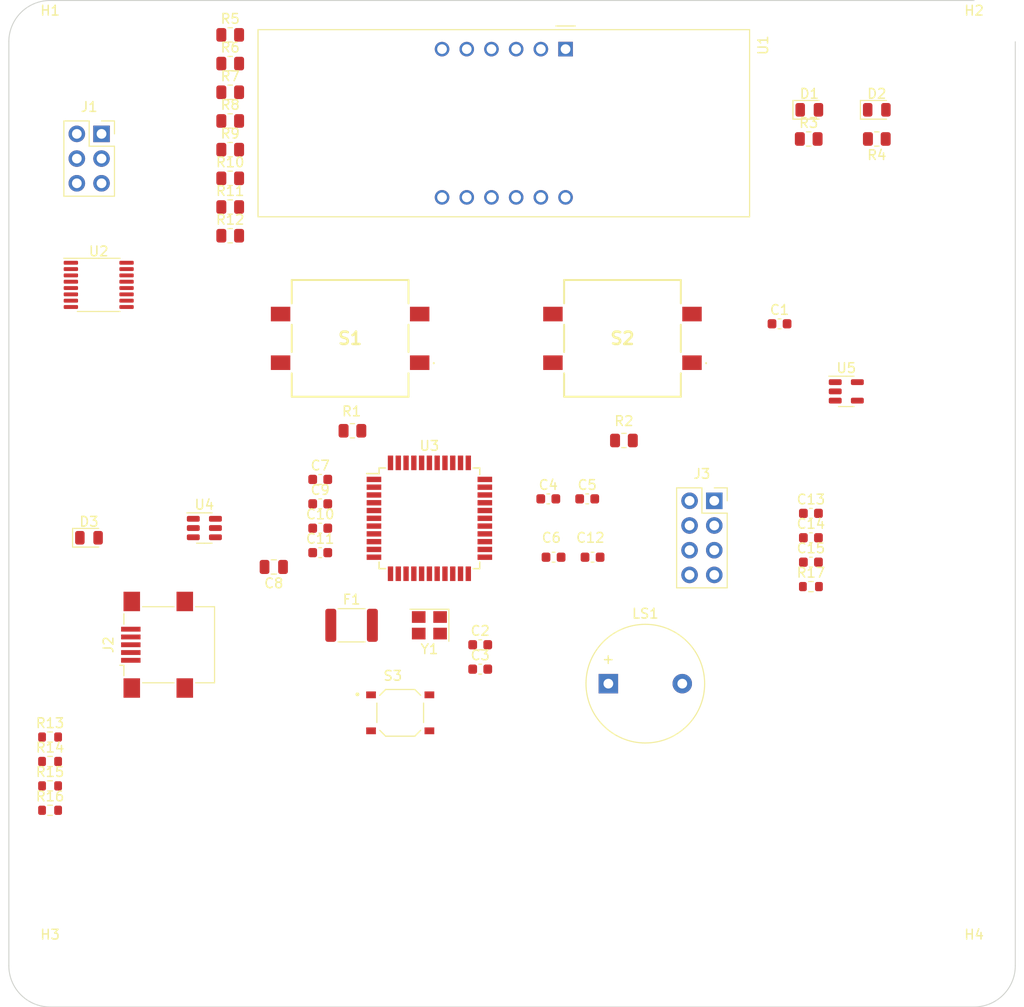
<source format=kicad_pcb>
(kicad_pcb (version 20221018) (generator pcbnew)
  (layers (0 "F.Cu" signal) (31 "B.Cu" power) (34 "B.Paste" user) (35 "F.Paste" user) (36 "B.SilkS" user "B.Silkscreen") (37 "F.SilkS" user "F.Silkscreen") (38 "B.Mask" user) (39 "F.Mask" user) (44 "Edge.Cuts" user))
  (net 0 "")
  (net 1 "+5V")
  (net 2 "GND")
  (net 3 "XTAL1")
  (net 4 "XTAL2")
  (net 5 "/UCAP")
  (net 6 "/AREF")
  (net 7 "+3.3V")
  (net 8 "Net-(U5-BP)")
  (net 9 "Net-(D1-A)")
  (net 10 "Net-(D2-A)")
  (net 11 "Net-(D3-A)")
  (net 12 "Net-(J2-VBUS)")
  (net 13 "MISO")
  (net 14 "SCK")
  (net 15 "MOSI")
  (net 16 "RST")
  (net 17 "Net-(J2-D-)")
  (net 18 "Net-(J2-D+)")
  (net 21 "TX")
  (net 23 "Net-(J3-Pin_5)")
  (net 24 "RX")
  (net 25 "Buzzer")
  (net 26 "Button_1")
  (net 27 "Button_2")
  (net 28 "RED_LED")
  (net 29 "GREEN_LED")
  (net 30 "a")
  (net 31 "Net-(U1-a)")
  (net 32 "b")
  (net 33 "Net-(U1-b)")
  (net 34 "c")
  (net 35 "Net-(U1-c)")
  (net 36 "d")
  (net 37 "Net-(U1-d)")
  (net 38 "e")
  (net 39 "Net-(U1-e)")
  (net 40 "f")
  (net 41 "Net-(U1-f)")
  (net 42 "g")
  (net 43 "Net-(U1-g)")
  (net 44 "dp")
  (net 45 "Net-(U1-DPX)")
  (net 46 "USB_CONN_D+")
  (net 47 "USB_CONN_D-")
  (net 52 "Dig4")
  (net 53 "Dig3")
  (net 54 "Dig2")
  (net 55 "Dig1")
  (net 57 "SH_CP")
  (net 58 "ST_CP")
  (net 59 "DS")
  (net 60 "USB_D-")
  (net 61 "USB_D+")
  (footprint "Buzzer_Beeper:Buzzer_12x9.5RM7.6" (layer "F.Cu") (at 117.4 146)
    (fp_text reference "LS1" (at 3.8 -7.2) (layer "F.SilkS"))
    (fp_text value "Speaker")
    (fp_text user "+" (at -0.01 -2.54) (layer "F.SilkS"))
    (fp_circle (center 3.8 0) (end 9.9 0) (stroke (width 0.12)) (fill none) (layer "F.SilkS"))
    (pad "1" thru_hole rect (at 0 0) (size 2 2) (drill 1) (layers "*.Cu" "*.Mask") (net 25 "Buzzer"))
    (pad "2" thru_hole circle (at 7.6 0) (size 2 2) (drill 1) (layers "*.Cu" "*.Mask") (net 2 "GND"))
  )
  (footprint "Resistor_SMD:R_0603_1608Metric" (layer "F.Cu") (at 60 154)
    (fp_text reference "R14" (at 0 -1.43) (layer "F.SilkS"))
    (fp_text value "22")
    (fp_line (start -0.237258 -0.5225) (end 0.237258 -0.5225) (stroke (width 0.12)) (layer "F.SilkS"))
    (fp_line (start -0.237258 0.5225) (end 0.237258 0.5225) (stroke (width 0.12)) (layer "F.SilkS"))
    (pad "1" smd roundrect (at -0.825 0) (size 0.8 0.95) (layers "F.Cu" "F.Paste" "F.Mask") (net 18 "Net-(J2-D+)"))
    (pad "2" smd roundrect (at 0.825 0) (size 0.8 0.95) (layers "F.Cu" "F.Paste" "F.Mask") (net 46 "USB_CONN_D+"))
  )
  (footprint "Resistor_SMD:R_0603_1608Metric" (layer "F.Cu") (at 60 151.49)
    (fp_text reference "R13" (at 0 -1.43) (layer "F.SilkS"))
    (fp_text value "10k")
    (fp_line (start -0.237258 -0.5225) (end 0.237258 -0.5225) (stroke (width 0.12)) (layer "F.SilkS"))
    (fp_line (start -0.237258 0.5225) (end 0.237258 0.5225) (stroke (width 0.12)) (layer "F.SilkS"))
    (pad "1" smd roundrect (at -0.825 0) (size 0.8 0.95) (layers "F.Cu" "F.Paste" "F.Mask") (net 1 "+5V"))
    (pad "2" smd roundrect (at 0.825 0) (size 0.8 0.95) (layers "F.Cu" "F.Paste" "F.Mask") (net 16 "RST"))
  )
  (footprint "LED_SMD:LED_0805_2012Metric" (layer "F.Cu") (at 64 131)
    (fp_text reference "D3" (at 0 -1.65) (layer "F.SilkS"))
    (fp_text value "LED")
    (fp_line (start -1.685 -0.96) (end -1.685 0.96) (stroke (width 0.12)) (layer "F.SilkS"))
    (fp_line (start -1.685 0.96) (end 1 0.96) (stroke (width 0.12)) (layer "F.SilkS"))
    (fp_line (start 1 -0.96) (end -1.685 -0.96) (stroke (width 0.12)) (layer "F.SilkS"))
    (pad "1" smd roundrect (at -0.9375 0) (size 0.975 1.4) (layers "F.Cu" "F.Paste" "F.Mask") (net 2 "GND"))
    (pad "2" smd roundrect (at 0.9375 0) (size 0.975 1.4) (layers "F.Cu" "F.Paste" "F.Mask") (net 11 "Net-(D3-A)"))
  )
  (footprint "Resistor_SMD:R_0805_2012Metric" (layer "F.Cu") (at 78.52 99.945)
    (fp_text reference "R12" (at 0 -1.65) (layer "F.SilkS"))
    (fp_text value "100")
    (fp_line (start -0.227064 -0.735) (end 0.227064 -0.735) (stroke (width 0.12)) (layer "F.SilkS"))
    (fp_line (start -0.227064 0.735) (end 0.227064 0.735) (stroke (width 0.12)) (layer "F.SilkS"))
    (pad "1" smd roundrect (at -0.9125 0) (size 1.025 1.4) (layers "F.Cu" "F.Paste" "F.Mask") (roundrect_rratio 0.243902) (net 44 "dp"))
    (pad "2" smd roundrect (at 0.9125 0) (size 1.025 1.4) (layers "F.Cu" "F.Paste" "F.Mask") (roundrect_rratio 0.243902) (net 45 "Net-(U1-DPX)"))
  )
  (footprint "LED_SMD:LED_0805_2012Metric" (layer "F.Cu") (at 138.0625 87)
    (fp_text reference "D1" (at 0 -1.65) (layer "F.SilkS"))
    (fp_text value "LED")
    (fp_line (start -1.685 -0.96) (end -1.685 0.96) (stroke (width 0.12)) (layer "F.SilkS"))
    (fp_line (start -1.685 0.96) (end 1 0.96) (stroke (width 0.12)) (layer "F.SilkS"))
    (fp_line (start 1 -0.96) (end -1.685 -0.96) (stroke (width 0.12)) (layer "F.SilkS"))
    (pad "1" smd roundrect (at -0.9375 0) (size 0.975 1.4) (layers "F.Cu" "F.Paste" "F.Mask") (net 2 "GND"))
    (pad "2" smd roundrect (at 0.9375 0) (size 0.975 1.4) (layers "F.Cu" "F.Paste" "F.Mask") (net 9 "Net-(D1-A)"))
  )
  (footprint "Capacitor_SMD:C_0603_1608Metric" (layer "F.Cu") (at 104.225 142)
    (fp_text reference "C2" (at 0 -1.43) (layer "F.SilkS"))
    (fp_text value "22p")
    (fp_line (start -0.14058 -0.51) (end 0.14058 -0.51) (stroke (width 0.12)) (layer "F.SilkS"))
    (fp_line (start -0.14058 0.51) (end 0.14058 0.51) (stroke (width 0.12)) (layer "F.SilkS"))
    (pad "1" smd roundrect (at -0.775 0) (size 0.9 0.95) (layers "F.Cu" "F.Paste" "F.Mask") (net 2 "GND"))
    (pad "2" smd roundrect (at 0.775 0) (size 0.9 0.95) (layers "F.Cu" "F.Paste" "F.Mask") (net 3 "XTAL1"))
  )
  (footprint "Capacitor_SMD:C_0603_1608Metric" (layer "F.Cu") (at 87.775 130.02)
    (fp_text reference "C10" (at 0 -1.43) (layer "F.SilkS"))
    (fp_text value "0.1uF")
    (fp_line (start -0.14058 -0.51) (end 0.14058 -0.51) (stroke (width 0.12)) (layer "F.SilkS"))
    (fp_line (start -0.14058 0.51) (end 0.14058 0.51) (stroke (width 0.12)) (layer "F.SilkS"))
    (pad "1" smd roundrect (at -0.775 0) (size 0.9 0.95) (layers "F.Cu" "F.Paste" "F.Mask") (net 1 "+5V"))
    (pad "2" smd roundrect (at 0.775 0) (size 0.9 0.95) (layers "F.Cu" "F.Paste" "F.Mask") (net 2 "GND"))
  )
  (footprint "Capacitor_SMD:C_0603_1608Metric" (layer "F.Cu") (at 115.775 133)
    (fp_text reference "C12" (at -0.225 -2) (layer "F.SilkS"))
    (fp_text value "0.1uF")
    (fp_line (start -0.14058 -0.51) (end 0.14058 -0.51) (stroke (width 0.12)) (layer "F.SilkS"))
    (fp_line (start -0.14058 0.51) (end 0.14058 0.51) (stroke (width 0.12)) (layer "F.SilkS"))
    (pad "1" smd roundrect (at -0.775 0) (size 0.9 0.95) (layers "F.Cu" "F.Paste" "F.Mask") (net 6 "/AREF"))
    (pad "2" smd roundrect (at 0.775 0) (size 0.9 0.95) (layers "F.Cu" "F.Paste" "F.Mask") (net 2 "GND"))
  )
  (footprint "Resistor_SMD:R_0805_2012Metric" (layer "F.Cu") (at 145 90 180)
    (fp_text reference "R4" (at 0 -1.65) (layer "F.SilkS"))
    (fp_text value "330")
    (fp_line (start -0.227064 -0.735) (end 0.227064 -0.735) (stroke (width 0.12)) (layer "F.SilkS"))
    (fp_line (start -0.227064 0.735) (end 0.227064 0.735) (stroke (width 0.12)) (layer "F.SilkS"))
    (pad "1" smd roundrect (at -0.9125 0 180) (size 1.025 1.4) (layers "F.Cu" "F.Paste" "F.Mask") (roundrect_rratio 0.243902) (net 29 "GREEN_LED"))
    (pad "2" smd roundrect (at 0.9125 0 180) (size 1.025 1.4) (layers "F.Cu" "F.Paste" "F.Mask") (roundrect_rratio 0.243902) (net 10 "Net-(D2-A)"))
  )
  (footprint "PTS125_SMD_Button:PTS125_SMD_Button" (layer "F.Cu") (at 118.85 110.5 180)
    (fp_text reference "S2" (at 0 0) (layer "F.SilkS") (effects (font (size 1.27 1.27) (thickness 0.254))))
    (fp_text value "PTS125SM43SMTR21M_LFS" hide)
    (fp_line (start -8.6 -2.6) (end -8.6 -2.6) (stroke (width 0.1)) (layer "F.SilkS"))
    (fp_line (start -8.6 -2.5) (end -8.6 -2.5) (stroke (width 0.1)) (layer "F.SilkS"))
    (fp_line (start -6 -6) (end 6 -6) (stroke (width 0.2)) (layer "F.SilkS"))
    (fp_line (start -6 -3.6) (end -6 -6) (stroke (width 0.2)) (layer "F.SilkS"))
    (fp_line (start -6 -3.6) (end -6 -3.6) (stroke (width 0.2)) (layer "F.SilkS"))
    (fp_line (start -6 -1.4) (end -6 1.4) (stroke (width 0.2)) (layer "F.SilkS"))
    (fp_line (start -6 3.6) (end -6 6) (stroke (width 0.2)) (layer "F.SilkS"))
    (fp_line (start -6 6) (end 6 6) (stroke (width 0.2)) (layer "F.SilkS"))
    (fp_line (start 6 -6) (end 6 -3.6) (stroke (width 0.2)) (layer "F.SilkS"))
    (fp_line (start 6 -1.4) (end 6 1.4) (stroke (width 0.2)) (layer "F.SilkS"))
    (fp_line (start 6 6) (end 6 3.6) (stroke (width 0.2)) (layer "F.SilkS"))
    (fp_arc (start -8.6 -2.6) (mid -8.55 -2.55) (end -8.6 -2.5) (stroke (width 0.1)) (layer "F.SilkS"))
    (fp_arc (start -8.6 -2.5) (mid -8.65 -2.55) (end -8.6 -2.6) (stroke (width 0.1)) (layer "F.SilkS"))
    (pad "A1" smd rect (at -7.15 -2.5 270) (size 1.5 2) (layers "F.Cu" "F.Paste" "F.Mask"))
    (pad "B1" smd rect (at 7.15 -2.5 270) (size 1.5 2) (layers "F.Cu" "F.Paste" "F.Mask") (net 27 "Button_2"))
    (pad "C1" smd rect (at -7.15 2.5 270) (size 1.5 2) (layers "F.Cu" "F.Paste" "F.Mask") (net 1 "+5V"))
    (pad "D1" smd rect (at 7.15 2.5 270) (size 1.5 2) (layers "F.Cu" "F.Paste" "F.Mask"))
  )
  (footprint "Resistor_SMD:R_0603_1608Metric" (layer "F.Cu") (at 60 159.02)
    (fp_text reference "R16" (at 0 -1.43) (layer "F.SilkS"))
    (fp_text value "1k")
    (fp_line (start -0.237258 -0.5225) (end 0.237258 -0.5225) (stroke (width 0.12)) (layer "F.SilkS"))
    (fp_line (start -0.237258 0.5225) (end 0.237258 0.5225) (stroke (width 0.12)) (layer "F.SilkS"))
    (pad "1" smd roundrect (at -0.825 0) (size 0.8 0.95) (layers "F.Cu" "F.Paste" "F.Mask") (net 1 "+5V"))
    (pad "2" smd roundrect (at 0.825 0) (size 0.8 0.95) (layers "F.Cu" "F.Paste" "F.Mask") (net 11 "Net-(D3-A)"))
  )
  (footprint "Resistor_SMD:R_0805_2012Metric" (layer "F.Cu") (at 78.52 85.195)
    (fp_text reference "R7" (at 0 -1.65) (layer "F.SilkS"))
    (fp_text value "100")
    (fp_line (start -0.227064 -0.735) (end 0.227064 -0.735) (stroke (width 0.12)) (layer "F.SilkS"))
    (fp_line (start -0.227064 0.735) (end 0.227064 0.735) (stroke (width 0.12)) (layer "F.SilkS"))
    (pad "1" smd roundrect (at -0.9125 0) (size 1.025 1.4) (layers "F.Cu" "F.Paste" "F.Mask") (roundrect_rratio 0.243902) (net 34 "c"))
    (pad "2" smd roundrect (at 0.9125 0) (size 1.025 1.4) (layers "F.Cu" "F.Paste" "F.Mask") (roundrect_rratio 0.243902) (net 35 "Net-(U1-c)"))
  )
  (footprint "Capacitor_SMD:C_0805_2012Metric" (layer "F.Cu") (at 83 134 180)
    (fp_text reference "C8" (at 0 -1.68) (layer "F.SilkS"))
    (fp_text value "10uF")
    (fp_line (start -0.261252 -0.735) (end 0.261252 -0.735) (stroke (width 0.12)) (layer "F.SilkS"))
    (fp_line (start -0.261252 0.735) (end 0.261252 0.735) (stroke (width 0.12)) (layer "F.SilkS"))
    (pad "1" smd roundrect (at -0.95 0 180) (size 1 1.45) (layers "F.Cu" "F.Paste" "F.Mask") (net 1 "+5V"))
    (pad "2" smd roundrect (at 0.95 0 180) (size 1 1.45) (layers "F.Cu" "F.Paste" "F.Mask") (net 2 "GND"))
  )
  (footprint "Package_QFP:TQFP-44_10x10mm_P0.8mm" (layer "F.Cu") (at 99 129)
    (fp_text reference "U3" (at 0 -7.45) (layer "F.SilkS"))
    (fp_text value "ATmega32U4-A")
    (fp_line (start -5.175 -5.175) (end -5.175 -4.6) (stroke (width 0.15)) (layer "F.SilkS"))
    (fp_line (start -5.175 -5.175) (end -4.5 -5.175) (stroke (width 0.15)) (layer "F.SilkS"))
    (fp_line (start -5.175 -4.6) (end -6.45 -4.6) (stroke (width 0.15)) (layer "F.SilkS"))
    (fp_line (start -5.175 5.175) (end -5.175 4.5) (stroke (width 0.15)) (layer "F.SilkS"))
    (fp_line (start -5.175 5.175) (end -4.5 5.175) (stroke (width 0.15)) (layer "F.SilkS"))
    (fp_line (start 5.175 -5.175) (end 4.5 -5.175) (stroke (width 0.15)) (layer "F.SilkS"))
    (fp_line (start 5.175 -5.175) (end 5.175 -4.5) (stroke (width 0.15)) (layer "F.SilkS"))
    (fp_line (start 5.175 5.175) (end 4.5 5.175) (stroke (width 0.15)) (layer "F.SilkS"))
    (fp_line (start 5.175 5.175) (end 5.175 4.5) (stroke (width 0.15)) (layer "F.SilkS"))
    (pad "1" smd rect (at -5.7 -4) (size 1.5 0.55) (layers "F.Cu" "F.Paste" "F.Mask") (net 57 "SH_CP"))
    (pad "2" smd rect (at -5.7 -3.2) (size 1.5 0.55) (layers "F.Cu" "F.Paste" "F.Mask") (net 1 "+5V"))
    (pad "3" smd rect (at -5.7 -2.4) (size 1.5 0.55) (layers "F.Cu" "F.Paste" "F.Mask") (net 60 "USB_D-"))
    (pad "4" smd rect (at -5.7 -1.6) (size 1.5 0.55) (layers "F.Cu" "F.Paste" "F.Mask") (net 61 "USB_D+"))
    (pad "5" smd rect (at -5.7 -0.8) (size 1.5 0.55) (layers "F.Cu" "F.Paste" "F.Mask") (net 2 "GND"))
    (pad "6" smd rect (at -5.7 0) (size 1.5 0.55) (layers "F.Cu" "F.Paste" "F.Mask") (net 5 "/UCAP"))
    (pad "7" smd rect (at -5.7 0.8) (size 1.5 0.55) (layers "F.Cu" "F.Paste" "F.Mask") (net 1 "+5V"))
    (pad "8" smd rect (at -5.7 1.6) (size 1.5 0.55) (layers "F.Cu" "F.Paste" "F.Mask"))
    (pad "9" smd rect (at -5.7 2.4) (size 1.5 0.55) (layers "F.Cu" "F.Paste" "F.Mask") (net 14 "SCK"))
    (pad "10" smd rect (at -5.7 3.2) (size 1.5 0.55) (layers "F.Cu" "F.Paste" "F.Mask") (net 15 "MOSI"))
    (pad "11" smd rect (at -5.7 4) (size 1.5 0.55) (layers "F.Cu" "F.Paste" "F.Mask") (net 13 "MISO"))
    (pad "12" smd rect (at -4 5.7 90) (size 1.5 0.55) (layers "F.Cu" "F.Paste" "F.Mask") (net 53 "Dig3"))
    (pad "13" smd rect (at -3.2 5.7 90) (size 1.5 0.55) (layers "F.Cu" "F.Paste" "F.Mask") (net 16 "RST"))
    (pad "14" smd rect (at -2.4 5.7 90) (size 1.5 0.55) (layers "F.Cu" "F.Paste" "F.Mask") (net 1 "+5V"))
    (pad "15" smd rect (at -1.6 5.7 90) (size 1.5 0.55) (layers "F.Cu" "F.Paste" "F.Mask") (net 2 "GND"))
    (pad "16" smd rect (at -0.8 5.7 90) (size 1.5 0.55) (layers "F.Cu" "F.Paste" "F.Mask") (net 4 "XTAL2"))
    (pad "17" smd rect (at 0 5.7 90) (size 1.5 0.55) (layers "F.Cu" "F.Paste" "F.Mask") (net 3 "XTAL1"))
    (pad "18" smd rect (at 0.8 5.7 90) (size 1.5 0.55) (layers "F.Cu" "F.Paste" "F.Mask") (net 27 "Button_2"))
    (pad "19" smd rect (at 1.6 5.7 90) (size 1.5 0.55) (layers "F.Cu" "F.Paste" "F.Mask") (net 26 "Button_1"))
    (pad "20" smd rect (at 2.4 5.7 90) (size 1.5 0.55) (layers "F.Cu" "F.Paste" "F.Mask") (net 21 "TX"))
    (pad "21" smd rect (at 3.2 5.7 90) (size 1.5 0.55) (layers "F.Cu" "F.Paste" "F.Mask") (net 24 "RX"))
    (pad "22" smd rect (at 4 5.7 90) (size 1.5 0.55) (layers "F.Cu" "F.Paste" "F.Mask"))
    (pad "23" smd rect (at 5.7 4) (size 1.5 0.55) (layers "F.Cu" "F.Paste" "F.Mask") (net 2 "GND"))
    (pad "24" smd rect (at 5.7 3.2) (size 1.5 0.55) (layers "F.Cu" "F.Paste" "F.Mask") (net 1 "+5V"))
    (pad "25" smd rect (at 5.7 2.4) (size 1.5 0.55) (layers "F.Cu" "F.Paste" "F.Mask") (net 29 "GREEN_LED"))
    (pad "26" smd rect (at 5.7 1.6) (size 1.5 0.55) (layers "F.Cu" "F.Paste" "F.Mask") (net 54 "Dig2"))
    (pad "27" smd rect (at 5.7 0.8) (size 1.5 0.55) (layers "F.Cu" "F.Paste" "F.Mask") (net 25 "Buzzer"))
    (pad "28" smd rect (at 5.7 0) (size 1.5 0.55) (layers "F.Cu" "F.Paste" "F.Mask") (net 58 "ST_CP"))
    (pad "29" smd rect (at 5.7 -0.8) (size 1.5 0.55) (layers "F.Cu" "F.Paste" "F.Mask") (net 59 "DS"))
    (pad "30" smd rect (at 5.7 -1.6) (size 1.5 0.55) (layers "F.Cu" "F.Paste" "F.Mask") (net 52 "Dig4"))
    (pad "31" smd rect (at 5.7 -2.4) (size 1.5 0.55) (layers "F.Cu" "F.Paste" "F.Mask") (net 28 "RED_LED"))
    (pad "32" smd rect (at 5.7 -3.2) (size 1.5 0.55) (layers "F.Cu" "F.Paste" "F.Mask") (net 55 "Dig1"))
    (pad "33" smd rect (at 5.7 -4) (size 1.5 0.55) (layers "F.Cu" "F.Paste" "F.Mask") (net 2 "GND"))
    (pad "34" smd rect (at 4 -5.7 90) (size 1.5 0.55) (layers "F.Cu" "F.Paste" "F.Mask") (net 1 "+5V"))
    (pad "35" smd rect (at 3.2 -5.7 90) (size 1.5 0.55) (layers "F.Cu" "F.Paste" "F.Mask") (net 2 "GND"))
    (pad "36" smd rect (at 2.4 -5.7 90) (size 1.5 0.55) (layers "F.Cu" "F.Paste" "F.Mask"))
    (pad "37" smd rect (at 1.6 -5.7 90) (size 1.5 0.55) (layers "F.Cu" "F.Paste" "F.Mask"))
    (pad "38" smd rect (at 0.8 -5.7 90) (size 1.5 0.55) (layers "F.Cu" "F.Paste" "F.Mask"))
    (pad "39" smd rect (at 0 -5.7 90) (size 1.5 0.55) (layers "F.Cu" "F.Paste" "F.Mask"))
    (pad "40" smd rect (at -0.8 -5.7 90) (size 1.5 0.55) (layers "F.Cu" "F.Paste" "F.Mask"))
    (pad "41" smd rect (at -1.6 -5.7 90) (size 1.5 0.55) (layers "F.Cu" "F.Paste" "F.Mask"))
    (pad "42" smd rect (at -2.4 -5.7 90) (size 1.5 0.55) (layers "F.Cu" "F.Paste" "F.Mask") (net 6 "/AREF"))
    (pad "43" smd rect (at -3.2 -5.7 90) (size 1.5 0.55) (layers "F.Cu" "F.Paste" "F.Mask") (net 2 "GND"))
    (pad "44" smd rect (at -4 -5.7 90) (size 1.5 0.55) (layers "F.Cu" "F.Paste" "F.Mask") (net 1 "+5V"))
  )
  (footprint "PTS125_SMD_Button:PTS125_SMD_Button" (layer "F.Cu") (at 90.85 110.5 180)
    (fp_text reference "S1" (at 0 0) (layer "F.SilkS") (effects (font (size 1.27 1.27) (thickness 0.254))))
    (fp_text value "PTS125SM43SMTR21M_LFS" hide)
    (fp_line (start -8.6 -2.6) (end -8.6 -2.6) (stroke (width 0.1)) (layer "F.SilkS"))
    (fp_line (start -8.6 -2.5) (end -8.6 -2.5) (stroke (width 0.1)) (layer "F.SilkS"))
    (fp_line (start -6 -6) (end 6 -6) (stroke (width 0.2)) (layer "F.SilkS"))
    (fp_line (start -6 -3.6) (end -6 -6) (stroke (width 0.2)) (layer "F.SilkS"))
    (fp_line (start -6 -3.6) (end -6 -3.6) (stroke (width 0.2)) (layer "F.SilkS"))
    (fp_line (start -6 -1.4) (end -6 1.4) (stroke (width 0.2)) (layer "F.SilkS"))
    (fp_line (start -6 3.6) (end -6 6) (stroke (width 0.2)) (layer "F.SilkS"))
    (fp_line (start -6 6) (end 6 6) (stroke (width 0.2)) (layer "F.SilkS"))
    (fp_line (start 6 -6) (end 6 -3.6) (stroke (width 0.2)) (layer "F.SilkS"))
    (fp_line (start 6 -1.4) (end 6 1.4) (stroke (width 0.2)) (layer "F.SilkS"))
    (fp_line (start 6 6) (end 6 3.6) (stroke (width 0.2)) (layer "F.SilkS"))
    (fp_arc (start -8.6 -2.6) (mid -8.55 -2.55) (end -8.6 -2.5) (stroke (width 0.1)) (layer "F.SilkS"))
    (fp_arc (start -8.6 -2.5) (mid -8.65 -2.55) (end -8.6 -2.6) (stroke (width 0.1)) (layer "F.SilkS"))
    (pad "A1" smd rect (at -7.15 -2.5 270) (size 1.5 2) (layers "F.Cu" "F.Paste" "F.Mask"))
    (pad "B1" smd rect (at 7.15 -2.5 270) (size 1.5 2) (layers "F.Cu" "F.Paste" "F.Mask") (net 26 "Button_1"))
    (pad "C1" smd rect (at -7.15 2.5 270) (size 1.5 2) (layers "F.Cu" "F.Paste" "F.Mask") (net 1 "+5V"))
    (pad "D1" smd rect (at 7.15 2.5 270) (size 1.5 2) (layers "F.Cu" "F.Paste" "F.Mask"))
  )
  (footprint "Capacitor_SMD:C_0603_1608Metric" (layer "F.Cu") (at 87.775 132.53)
    (fp_text reference "C11" (at 0 -1.43) (layer "F.SilkS"))
    (fp_text value "0.1uF")
    (fp_line (start -0.14058 -0.51) (end 0.14058 -0.51) (stroke (width 0.12)) (layer "F.SilkS"))
    (fp_line (start -0.14058 0.51) (end 0.14058 0.51) (stroke (width 0.12)) (layer "F.SilkS"))
    (pad "1" smd roundrect (at -0.775 0) (size 0.9 0.95) (layers "F.Cu" "F.Paste" "F.Mask") (net 1 "+5V"))
    (pad "2" smd roundrect (at 0.775 0) (size 0.9 0.95) (layers "F.Cu" "F.Paste" "F.Mask") (net 2 "GND"))
  )
  (footprint "Capacitor_SMD:C_0603_1608Metric" (layer "F.Cu") (at 115.225 127)
    (fp_text reference "C5" (at 0 -1.43) (layer "F.SilkS"))
    (fp_text value "0.1uF")
    (fp_line (start -0.14058 -0.51) (end 0.14058 -0.51) (stroke (width 0.12)) (layer "F.SilkS"))
    (fp_line (start -0.14058 0.51) (end 0.14058 0.51) (stroke (width 0.12)) (layer "F.SilkS"))
    (pad "1" smd roundrect (at -0.775 0) (size 0.9 0.95) (layers "F.Cu" "F.Paste" "F.Mask") (net 1 "+5V"))
    (pad "2" smd roundrect (at 0.775 0) (size 0.9 0.95) (layers "F.Cu" "F.Paste" "F.Mask") (net 2 "GND"))
  )
  (footprint "Package_SO:TSSOP-16_4.4x5mm_P0.65mm" (layer "F.Cu") (at 65 105)
    (fp_text reference "U2" (at 0 -3.45) (layer "F.SilkS"))
    (fp_text value "74HC595")
    (fp_line (start 0 -2.735) (end -3.6 -2.735) (stroke (width 0.12)) (layer "F.SilkS"))
    (fp_line (start 0 -2.735) (end 2.2 -2.735) (stroke (width 0.12)) (layer "F.SilkS"))
    (fp_line (start 0 2.735) (end -2.2 2.735) (stroke (width 0.12)) (layer "F.SilkS"))
    (fp_line (start 0 2.735) (end 2.2 2.735) (stroke (width 0.12)) (layer "F.SilkS"))
    (pad "1" smd roundrect (at -2.8625 -2.275) (size 1.475 0.4) (layers "F.Cu" "F.Paste" "F.Mask") (net 32 "b"))
    (pad "2" smd roundrect (at -2.8625 -1.625) (size 1.475 0.4) (layers "F.Cu" "F.Paste" "F.Mask") (net 34 "c"))
    (pad "3" smd roundrect (at -2.8625 -0.975) (size 1.475 0.4) (layers "F.Cu" "F.Paste" "F.Mask") (net 36 "d"))
    (pad "4" smd roundrect (at -2.8625 -0.325) (size 1.475 0.4) (layers "F.Cu" "F.Paste" "F.Mask") (net 38 "e"))
    (pad "5" smd roundrect (at -2.8625 0.325) (size 1.475 0.4) (layers "F.Cu" "F.Paste" "F.Mask") (net 40 "f"))
    (pad "6" smd roundrect (at -2.8625 0.975) (size 1.475 0.4) (layers "F.Cu" "F.Paste" "F.Mask") (net 42 "g"))
    (pad "7" smd roundrect (at -2.8625 1.625) (size 1.475 0.4) (layers "F.Cu" "F.Paste" "F.Mask") (net 44 "dp"))
    (pad "8" smd roundrect (at -2.8625 2.275) (size 1.475 0.4) (layers "F.Cu" "F.Paste" "F.Mask") (net 2 "GND"))
    (pad "9" smd roundrect (at 2.8625 2.275) (size 1.475 0.4) (layers "F.Cu" "F.Paste" "F.Mask"))
    (pad "10" smd roundrect (at 2.8625 1.625) (size 1.475 0.4) (layers "F.Cu" "F.Paste" "F.Mask") (net 1 "+5V"))
    (pad "11" smd roundrect (at 2.8625 0.975) (size 1.475 0.4) (layers "F.Cu" "F.Paste" "F.Mask") (net 57 "SH_CP"))
    (pad "12" smd roundrect (at 2.8625 0.325) (size 1.475 0.4) (layers "F.Cu" "F.Paste" "F.Mask") (net 58 "ST_CP"))
    (pad "13" smd roundrect (at 2.8625 -0.325) (size 1.475 0.4) (layers "F.Cu" "F.Paste" "F.Mask") (net 2 "GND"))
    (pad "14" smd roundrect (at 2.8625 -0.975) (size 1.475 0.4) (layers "F.Cu" "F.Paste" "F.Mask") (net 59 "DS"))
    (pad "15" smd roundrect (at 2.8625 -1.625) (size 1.475 0.4) (layers "F.Cu" "F.Paste" "F.Mask") (net 30 "a"))
    (pad "16" smd roundrect (at 2.8625 -2.275) (size 1.475 0.4) (layers "F.Cu" "F.Paste" "F.Mask") (net 1 "+5V"))
  )
  (footprint "Connector_PinSocket_2.54mm:PinSocket_2x04_P2.54mm_Vertical" (layer "F.Cu") (at 128.29 127.2)
    (fp_text reference "J3" (at -1.27 -2.77) (layer "F.SilkS"))
    (fp_text value "ESP_Conn")
    (fp_line (start -3.87 -1.33) (end -3.87 8.95) (stroke (width 0.12)) (layer "F.SilkS"))
    (fp_line (start -3.87 -1.33) (end -1.27 -1.33) (stroke (width 0.12)) (layer "F.SilkS"))
    (fp_line (start -3.87 8.95) (end 1.33 8.95) (stroke (width 0.12)) (layer "F.SilkS"))
    (fp_line (start -1.27 -1.33) (end -1.27 1.27) (stroke (width 0.12)) (layer "F.SilkS"))
    (fp_line (start -1.27 1.27) (end 1.33 1.27) (stroke (width 0.12)) (layer "F.SilkS"))
    (fp_line (start 0 -1.33) (end 1.33 -1.33) (stroke (width 0.12)) (layer "F.SilkS"))
    (fp_line (start 1.33 -1.33) (end 1.33 0) (stroke (width 0.12)) (layer "F.SilkS"))
    (fp_line (start 1.33 1.27) (end 1.33 8.95) (stroke (width 0.12)) (layer "F.SilkS"))
    (pad "1" thru_hole rect (at 0 0) (size 1.7 1.7) (drill 1) (layers "*.Cu" "*.Mask") (net 2 "GND"))
    (pad "2" thru_hole oval (at -2.54 0) (size 1.7 1.7) (drill 1) (layers "*.Cu" "*.Mask") (net 21 "TX"))
    (pad "3" thru_hole oval (at 0 2.54) (size 1.7 1.7) (drill 1) (layers "*.Cu" "*.Mask"))
    (pad "4" thru_hole oval (at -2.54 2.54) (size 1.7 1.7) (drill 1) (layers "*.Cu" "*.Mask") (net 7 "+3.3V"))
    (pad "5" thru_hole oval (at 0 5.08) (size 1.7 1.7) (drill 1) (layers "*.Cu" "*.Mask") (net 23 "Net-(J3-Pin_5)"))
    (pad "6" thru_hole oval (at -2.54 5.08) (size 1.7 1.7) (drill 1) (layers "*.Cu" "*.Mask") (net 7 "+3.3V"))
    (pad "7" thru_hole oval (at 0 7.62) (size 1.7 1.7) (drill 1) (layers "*.Cu" "*.Mask") (net 24 "RX"))
    (pad "8" thru_hole oval (at -2.54 7.62) (size 1.7 1.7) (drill 1) (layers "*.Cu" "*.Mask") (net 7 "+3.3V"))
  )
  (footprint "Capacitor_SMD:C_0603_1608Metric" (layer "F.Cu") (at 104.225 144.51)
    (fp_text reference "C3" (at 0 -1.43) (layer "F.SilkS"))
    (fp_text value "22p")
    (fp_line (start -0.14058 -0.51) (end 0.14058 -0.51) (stroke (width 0.12)) (layer "F.SilkS"))
    (fp_line (start -0.14058 0.51) (end 0.14058 0.51) (stroke (width 0.12)) (layer "F.SilkS"))
    (pad "1" smd roundrect (at -0.775 0) (size 0.9 0.95) (layers "F.Cu" "F.Paste" "F.Mask") (net 4 "XTAL2"))
    (pad "2" smd roundrect (at 0.775 0) (size 0.9 0.95) (layers "F.Cu" "F.Paste" "F.Mask") (net 2 "GND"))
  )
  (footprint "Capacitor_SMD:C_0603_1608Metric" (layer "F.Cu") (at 87.775 125)
    (fp_text reference "C7" (at 0 -1.43) (layer "F.SilkS"))
    (fp_text value "0.1uF")
    (fp_line (start -0.14058 -0.51) (end 0.14058 -0.51) (stroke (width 0.12)) (layer "F.SilkS"))
    (fp_line (start -0.14058 0.51) (end 0.14058 0.51) (stroke (width 0.12)) (layer "F.SilkS"))
    (pad "1" smd roundrect (at -0.775 0) (size 0.9 0.95) (layers "F.Cu" "F.Paste" "F.Mask") (net 1 "+5V"))
    (pad "2" smd roundrect (at 0.775 0) (size 0.9 0.95) (layers "F.Cu" "F.Paste" "F.Mask") (net 2 "GND"))
  )
  (footprint "Fuse:Fuse_1812_4532Metric" (layer "F.Cu") (at 91 140)
    (fp_text reference "F1" (at 0 -2.65) (layer "F.SilkS"))
    (fp_text value "PTCSMD")
    (fp_line (start -1.386252 -1.71) (end 1.386252 -1.71) (stroke (width 0.12)) (layer "F.SilkS"))
    (fp_line (start -1.386252 1.71) (end 1.386252 1.71) (stroke (width 0.12)) (layer "F.SilkS"))
    (pad "1" smd roundrect (at -2.1375 0) (size 1.125 3.4) (layers "F.Cu" "F.Paste" "F.Mask") (roundrect_rratio 0.222222) (net 12 "Net-(J2-VBUS)"))
    (pad "2" smd roundrect (at 2.1375 0) (size 1.125 3.4) (layers "F.Cu" "F.Paste" "F.Mask") (roundrect_rratio 0.222222) (net 1 "+5V"))
  )
  (footprint "Connector_PinSocket_2.54mm:PinSocket_2x03_P2.54mm_Vertical" (layer "F.Cu") (at 65.29 89.475)
    (fp_text reference "J1" (at -1.27 -2.77) (layer "F.SilkS"))
    (fp_text value "AVR-ISP-6")
    (fp_line (start -3.87 -1.33) (end -3.87 6.41) (stroke (width 0.12)) (layer "F.SilkS"))
    (fp_line (start -3.87 -1.33) (end -1.27 -1.33) (stroke (width 0.12)) (layer "F.SilkS"))
    (fp_line (start -3.87 6.41) (end 1.33 6.41) (stroke (width 0.12)) (layer "F.SilkS"))
    (fp_line (start -1.27 -1.33) (end -1.27 1.27) (stroke (width 0.12)) (layer "F.SilkS"))
    (fp_line (start -1.27 1.27) (end 1.33 1.27) (stroke (width 0.12)) (layer "F.SilkS"))
    (fp_line (start 0 -1.33) (end 1.33 -1.33) (stroke (width 0.12)) (layer "F.SilkS"))
    (fp_line (start 1.33 -1.33) (end 1.33 0) (stroke (width 0.12)) (layer "F.SilkS"))
    (fp_line (start 1.33 1.27) (end 1.33 6.41) (stroke (width 0.12)) (layer "F.SilkS"))
    (pad "1" thru_hole rect (at 0 0) (size 1.7 1.7) (drill 1) (layers "*.Cu" "*.Mask") (net 13 "MISO"))
    (pad "2" thru_hole oval (at -2.54 0) (size 1.7 1.7) (drill 1) (layers "*.Cu" "*.Mask") (net 1 "+5V"))
    (pad "3" thru_hole oval (at 0 2.54) (size 1.7 1.7) (drill 1) (layers "*.Cu" "*.Mask") (net 14 "SCK"))
    (pad "4" thru_hole oval (at -2.54 2.54) (size 1.7 1.7) (drill 1) (layers "*.Cu" "*.Mask") (net 15 "MOSI"))
    (pad "5" thru_hole oval (at 0 5.08) (size 1.7 1.7) (drill 1) (layers "*.Cu" "*.Mask") (net 16 "RST"))
    (pad "6" thru_hole oval (at -2.54 5.08) (size 1.7 1.7) (drill 1) (layers "*.Cu" "*.Mask") (net 2 "GND"))
  )
  (footprint "Capacitor_SMD:C_0603_1608Metric" (layer "F.Cu") (at 138.225 131)
    (fp_text reference "C14" (at 0 -1.43) (layer "F.SilkS"))
    (fp_text value "2.2uF")
    (fp_line (start -0.14058 -0.51) (end 0.14058 -0.51) (stroke (width 0.12)) (layer "F.SilkS"))
    (fp_line (start -0.14058 0.51) (end 0.14058 0.51) (stroke (width 0.12)) (layer "F.SilkS"))
    (pad "1" smd roundrect (at -0.775 0) (size 0.9 0.95) (layers "F.Cu" "F.Paste" "F.Mask") (net 7 "+3.3V"))
    (pad "2" smd roundrect (at 0.775 0) (size 0.9 0.95) (layers "F.Cu" "F.Paste" "F.Mask") (net 2 "GND"))
  )
  (footprint "Display_7Segment:CA56-12EWA" (layer "F.Cu") (at 113 80.76 -90)
    (fp_text reference "U1" (at -0.4 -20.31 90) (layer "F.SilkS"))
    (fp_text value "CA56-12EWA")
    (fp_line (start -2.38 -1) (end -2.38 1) (stroke (width 0.12)) (layer "F.SilkS"))
    (fp_line (start -2 -18.92) (end -2 31.62) (stroke (width 0.12)) (layer "F.SilkS"))
    (fp_line (start -2 -18.92) (end 17.24 -18.92) (stroke (width 0.12)) (layer "F.SilkS"))
    (fp_line (start -2 31.62) (end 17.24 31.62) (stroke (width 0.12)) (layer "F.SilkS"))
    (fp_line (start 17.24 31.62) (end 17.24 -18.92) (stroke (width 0.12)) (layer "F.SilkS"))
    (pad "1" thru_hole rect (at 0 0 270) (size 1.5 1.5) (drill 1) (layers "*.Cu" "*.Mask") (net 39 "Net-(U1-e)"))
    (pad "2" thru_hole circle (at 0 2.54 270) (size 1.5 1.5) (drill 1) (layers "*.Cu" "*.Mask") (net 37 "Net-(U1-d)"))
    (pad "3" thru_hole circle (at 0 5.08 270) (size 1.5 1.5) (drill 1) (layers "*.Cu" "*.Mask") (net 45 "Net-(U1-DPX)"))
    (pad "4" thru_hole circle (at 0 7.62 270) (size 1.5 1.5) (drill 1) (layers "*.Cu" "*.Mask") (net 35 "Net-(U1-c)"))
    (pad "5" thru_hole circle (at 0 10.16 270) (size 1.5 1.5) (drill 1) (layers "*.Cu" "*.Mask") (net 43 "Net-(U1-g)"))
    (pad "6" thru_hole circle (at 0 12.7 270) (size 1.5 1.5) (drill 1) (layers "*.Cu" "*.Mask") (net 52 "Dig4"))
    (pad "7" thru_hole circle (at 15.24 12.7 270) (size 1.5 1.5) (drill 1) (layers "*.Cu" "*.Mask") (net 33 "Net-(U1-b)"))
    (pad "8" thru_hole circle (at 15.24 10.16 270) (size 1.5 1.5) (drill 1) (layers "*.Cu" "*.Mask") (net 53 "Dig3"))
    (pad "9" thru_hole circle (at 15.24 7.62 270) (size 1.5 1.5) (drill 1) (layers "*.Cu" "*.Mask") (net 54 "Dig2"))
    (pad "10" thru_hole circle (at 15.24 5.08 270) (size 1.5 1.5) (drill 1) (layers "*.Cu" "*.Mask") (net 41 "Net-(U1-f)"))
    (pad "11" thru_hole circle (at 15.24 2.54 270) (size 1.5 1.5) (drill 1) (layers "*.Cu" "*.Mask") (net 31 "Net-(U1-a)"))
    (pad "12" thru_hole circle (at 15.24 0 270) (size 1.5 1.5) (drill 1) (layers "*.Cu" "*.Mask") (net 55 "Dig1"))
  )
  (footprint "LED_SMD:LED_0805_2012Metric" (layer "F.Cu") (at 145 87)
    (fp_text reference "D2" (at 0 -1.65) (layer "F.SilkS"))
    (fp_text value "LED")
    (fp_line (start -1.685 -0.96) (end -1.685 0.96) (stroke (width 0.12)) (layer "F.SilkS"))
    (fp_line (start -1.685 0.96) (end 1 0.96) (stroke (width 0.12)) (layer "F.SilkS"))
    (fp_line (start 1 -0.96) (end -1.685 -0.96) (stroke (width 0.12)) (layer "F.SilkS"))
    (pad "1" smd roundrect (at -0.9375 0) (size 0.975 1.4) (layers "F.Cu" "F.Paste" "F.Mask") (net 2 "GND"))
    (pad "2" smd roundrect (at 0.9375 0) (size 0.975 1.4) (layers "F.Cu" "F.Paste" "F.Mask") (net 10 "Net-(D2-A)"))
  )
  (footprint "Crystal:Crystal_SMD_Abracon_ABM8G-4Pin_3.2x2.5mm" (layer "F.Cu") (at 99 140 180)
    (fp_text reference "Y1" (at 0 -2.45) (layer "F.SilkS"))
    (fp_text value "16MHz")
    (fp_line (start -2 -1.65) (end -2 1.65) (stroke (width 0.12)) (layer "F.SilkS"))
    (fp_line (start -2 1.65) (end 2 1.65) (stroke (width 0.12)) (layer "F.SilkS"))
    (pad "1" smd rect (at -1.1 0.85 180) (size 1.4 1.2) (layers "F.Cu" "F.Paste" "F.Mask") (net 3 "XTAL1"))
    (pad "2" smd rect (at 1.1 0.85 180) (size 1.4 1.2) (layers "F.Cu" "F.Paste" "F.Mask") (net 2 "GND"))
    (pad "3" smd rect (at 1.1 -0.85 180) (size 1.4 1.2) (layers "F.Cu" "F.Paste" "F.Mask") (net 4 "XTAL2"))
    (pad "4" smd rect (at -1.1 -0.85 180) (size 1.4 1.2) (layers "F.Cu" "F.Paste" "F.Mask") (net 2 "GND"))
  )
  (footprint "Resistor_SMD:R_0603_1608Metric" (layer "F.Cu") (at 60 156.51)
    (fp_text reference "R15" (at 0 -1.43) (layer "F.SilkS"))
    (fp_text value "22")
    (fp_line (start -0.237258 -0.5225) (end 0.237258 -0.5225) (stroke (width 0.12)) (layer "F.SilkS"))
    (fp_line (start -0.237258 0.5225) (end 0.237258 0.5225) (stroke (width 0.12)) (layer "F.SilkS"))
    (pad "1" smd roundrect (at -0.825 0) (size 0.8 0.95) (layers "F.Cu" "F.Paste" "F.Mask") (net 17 "Net-(J2-D-)"))
    (pad "2" smd roundrect (at 0.825 0) (size 0.8 0.95) (layers "F.Cu" "F.Paste" "F.Mask") (net 47 "USB_CONN_D-"))
  )
  (footprint "Resistor_SMD:R_0805_2012Metric" (layer "F.Cu") (at 78.52 79.295)
    (fp_text reference "R5" (at 0 -1.65) (layer "F.SilkS"))
    (fp_text value "100")
    (fp_line (start -0.227064 -0.735) (end 0.227064 -0.735) (stroke (width 0.12)) (layer "F.SilkS"))
    (fp_line (start -0.227064 0.735) (end 0.227064 0.735) (stroke (width 0.12)) (layer "F.SilkS"))
    (pad "1" smd roundrect (at -0.9125 0) (size 1.025 1.4) (layers "F.Cu" "F.Paste" "F.Mask") (roundrect_rratio 0.243902) (net 30 "a"))
    (pad "2" smd roundrect (at 0.9125 0) (size 1.025 1.4) (layers "F.Cu" "F.Paste" "F.Mask") (roundrect_rratio 0.243902) (net 31 "Net-(U1-a)"))
  )
  (footprint "Package_TO_SOT_SMD:SOT-23-6" (layer "F.Cu") (at 75.8625 130)
    (fp_text reference "U4" (at 0 -2.4) (layer "F.SilkS"))
    (fp_text value "USBLC6-2SC6")
    (fp_line (start 0 -1.56) (end -1.8 -1.56) (stroke (width 0.12)) (layer "F.SilkS"))
    (fp_line (start 0 -1.56) (end 0.8 -1.56) (stroke (width 0.12)) (layer "F.SilkS"))
    (fp_line (start 0 1.56) (end -0.8 1.56) (stroke (width 0.12)) (layer "F.SilkS"))
    (fp_line (start 0 1.56) (end 0.8 1.56) (stroke (width 0.12)) (layer "F.SilkS"))
    (pad "1" smd roundrect (at -1.1375 -0.95) (size 1.325 0.6) (layers "F.Cu" "F.Paste" "F.Mask") (net 47 "USB_CONN_D-"))
    (pad "2" smd roundrect (at -1.1375 0) (size 1.325 0.6) (layers "F.Cu" "F.Paste" "F.Mask") (net 2 "GND"))
    (pad "3" smd roundrect (at -1.1375 0.95) (size 1.325 0.6) (layers "F.Cu" "F.Paste" "F.Mask") (net 46 "USB_CONN_D+"))
    (pad "4" smd roundrect (at 1.1375 0.95) (size 1.325 0.6) (layers "F.Cu" "F.Paste" "F.Mask") (net 61 "USB_D+"))
    (pad "5" smd roundrect (at 1.1375 0) (size 1.325 0.6) (layers "F.Cu" "F.Paste" "F.Mask") (net 1 "+5V"))
    (pad "6" smd roundrect (at 1.1375 -0.95) (size 1.325 0.6) (layers "F.Cu" "F.Paste" "F.Mask") (net 60 "USB_D-"))
  )
  (footprint "Capacitor_SMD:C_0603_1608Metric" (layer "F.Cu") (at 135 109)
    (fp_text reference "C1" (at 0 -1.43) (layer "F.SilkS"))
    (fp_text value "0.1u")
    (fp_line (start -0.14058 -0.51) (end 0.14058 -0.51) (stroke (width 0.12)) (layer "F.SilkS"))
    (fp_line (start -0.14058 0.51) (end 0.14058 0.51) (stroke (width 0.12)) (layer "F.SilkS"))
    (pad "1" smd roundrect (at -0.775 0) (size 0.9 0.95) (layers "F.Cu" "F.Paste" "F.Mask") (net 1 "+5V"))
    (pad "2" smd roundrect (at 0.775 0) (size 0.9 0.95) (layers "F.Cu" "F.Paste" "F.Mask") (net 2 "GND"))
  )
  (footprint "Capacitor_SMD:C_0603_1608Metric" (layer "F.Cu") (at 138.225 133.51)
    (fp_text reference "C15" (at 0 -1.43) (layer "F.SilkS"))
    (fp_text value "10nF")
    (fp_line (start -0.14058 -0.51) (end 0.14058 -0.51) (stroke (width 0.12)) (layer "F.SilkS"))
    (fp_line (start -0.14058 0.51) (end 0.14058 0.51) (stroke (width 0.12)) (layer "F.SilkS"))
    (pad "1" smd roundrect (at -0.775 0) (size 0.9 0.95) (layers "F.Cu" "F.Paste" "F.Mask") (net 8 "Net-(U5-BP)"))
    (pad "2" smd roundrect (at 0.775 0) (size 0.9 0.95) (layers "F.Cu" "F.Paste" "F.Mask") (net 2 "GND"))
  )
  (footprint "Resistor_SMD:R_0805_2012Metric" (layer "F.Cu") (at 78.52 88.145)
    (fp_text reference "R8" (at 0 -1.65) (layer "F.SilkS"))
    (fp_text value "100")
    (fp_line (start -0.227064 -0.735) (end 0.227064 -0.735) (stroke (width 0.12)) (layer "F.SilkS"))
    (fp_line (start -0.227064 0.735) (end 0.227064 0.735) (stroke (width 0.12)) (layer "F.SilkS"))
    (pad "1" smd roundrect (at -0.9125 0) (size 1.025 1.4) (layers "F.Cu" "F.Paste" "F.Mask") (roundrect_rratio 0.243902) (net 36 "d"))
    (pad "2" smd roundrect (at 0.9125 0) (size 1.025 1.4) (layers "F.Cu" "F.Paste" "F.Mask") (roundrect_rratio 0.243902) (net 37 "Net-(U1-d)"))
  )
  (footprint "MountingHole:MountingHole_2.2mm_M2" (layer "F.Cu") (at 60 175)
    (fp_text reference "H3" (at 0 -3.2) (layer "F.SilkS"))
    (fp_text value "MountingHole")
    (pad "" np_thru_hole circle (at 0 0) (size 2.2 2.2) (drill 2.2) (layers "*.Cu" "*.Mask"))
  )
  (footprint "Resistor_SMD:R_0805_2012Metric" (layer "F.Cu") (at 91.0875 120 180)
    (fp_text reference "R1" (at 0.0875 2) (layer "F.SilkS"))
    (fp_text value "10k")
    (fp_line (start -0.227064 -0.735) (end 0.227064 -0.735) (stroke (width 0.12)) (layer "F.SilkS"))
    (fp_line (start -0.227064 0.735) (end 0.227064 0.735) (stroke (width 0.12)) (layer "F.SilkS"))
    (pad "1" smd roundrect (at -0.9125 0 180) (size 1.025 1.4) (layers "F.Cu" "F.Paste" "F.Mask") (roundrect_rratio 0.243902) (net 26 "Button_1"))
    (pad "2" smd roundrect (at 0.9125 0 180) (size 1.025 1.4) (layers "F.Cu" "F.Paste" "F.Mask") (roundrect_rratio 0.243902) (net 2 "GND"))
  )
  (footprint "Capacitor_SMD:C_0603_1608Metric" (layer "F.Cu") (at 138.225 128.49)
    (fp_text reference "C13" (at 0 -1.43) (layer "F.SilkS"))
    (fp_text value "1uF")
    (fp_line (start -0.14058 -0.51) (end 0.14058 -0.51) (stroke (width 0.12)) (layer "F.SilkS"))
    (fp_line (start -0.14058 0.51) (end 0.14058 0.51) (stroke (width 0.12)) (layer "F.SilkS"))
    (pad "1" smd roundrect (at -0.775 0) (size 0.9 0.95) (layers "F.Cu" "F.Paste" "F.Mask") (net 1 "+5V"))
    (pad "2" smd roundrect (at 0.775 0) (size 0.9 0.95) (layers "F.Cu" "F.Paste" "F.Mask") (net 2 "GND"))
  )
  (footprint "Resistor_SMD:R_0805_2012Metric" (layer "F.Cu") (at 138 90)
    (fp_text reference "R3" (at 0 -1.65) (layer "F.SilkS"))
    (fp_text value "330")
    (fp_line (start -0.227064 -0.735) (end 0.227064 -0.735) (stroke (width 0.12)) (layer "F.SilkS"))
    (fp_line (start -0.227064 0.735) (end 0.227064 0.735) (stroke (width 0.12)) (layer "F.SilkS"))
    (pad "1" smd roundrect (at -0.9125 0) (size 1.025 1.4) (layers "F.Cu" "F.Paste" "F.Mask") (roundrect_rratio 0.243902) (net 28 "RED_LED"))
    (pad "2" smd roundrect (at 0.9125 0) (size 1.025 1.4) (layers "F.Cu" "F.Paste" "F.Mask") (roundrect_rratio 0.243902) (net 9 "Net-(D1-A)"))
  )
  (footprint "Package_TO_SOT_SMD:SOT-23-5" (layer "F.Cu") (at 141.8625 115.95)
    (fp_text reference "U5" (at 0 -2.4) (layer "F.SilkS"))
    (fp_text value "LP2985-3.3")
    (fp_line (start 0 -1.56) (end -1.8 -1.56) (stroke (width 0.12)) (layer "F.SilkS"))
    (fp_line (start 0 -1.56) (end 0.8 -1.56) (stroke (width 0.12)) (layer "F.SilkS"))
    (fp_line (start 0 1.56) (end -0.8 1.56) (stroke (width 0.12)) (layer "F.SilkS"))
    (fp_line (start 0 1.56) (end 0.8 1.56) (stroke (width 0.12)) (layer "F.SilkS"))
    (pad "1" smd roundrect (at -1.1375 -0.95) (size 1.325 0.6) (layers "F.Cu" "F.Paste" "F.Mask") (net 1 "+5V"))
    (pad "2" smd roundrect (at -1.1375 0) (size 1.325 0.6) (layers "F.Cu" "F.Paste" "F.Mask") (net 2 "GND"))
    (pad "3" smd roundrect (at -1.1375 0.95) (size 1.325 0.6) (layers "F.Cu" "F.Paste" "F.Mask") (net 1 "+5V"))
    (pad "4" smd roundrect (at 1.1375 0.95) (size 1.325 0.6) (layers "F.Cu" "F.Paste" "F.Mask") (net 8 "Net-(U5-BP)"))
    (pad "5" smd roundrect (at 1.1375 -0.95) (size 1.325 0.6) (layers "F.Cu" "F.Paste" "F.Mask") (net 7 "+3.3V"))
  )
  (footprint "Resistor_SMD:R_0805_2012Metric" (layer "F.Cu") (at 78.52 96.995)
    (fp_text reference "R11" (at 0 -1.65) (layer "F.SilkS"))
    (fp_text value "100")
    (fp_line (start -0.227064 -0.735) (end 0.227064 -0.735) (stroke (width 0.12)) (layer "F.SilkS"))
    (fp_line (start -0.227064 0.735) (end 0.227064 0.735) (stroke (width 0.12)) (layer "F.SilkS"))
    (pad "1" smd roundrect (at -0.9125 0) (size 1.025 1.4) (layers "F.Cu" "F.Paste" "F.Mask") (roundrect_rratio 0.243902) (net 42 "g"))
    (pad "2" smd roundrect (at 0.9125 0) (size 1.025 1.4) (layers "F.Cu" "F.Paste" "F.Mask") (roundrect_rratio 0.243902) (net 43 "Net-(U1-g)"))
  )
  (footprint "MountingHole:MountingHole_2.2mm_M2" (layer "F.Cu") (at 155 80)
    (fp_text reference "H2" (at 0 -3.2) (layer "F.SilkS"))
    (fp_text value "MountingHole")
    (pad "" np_thru_hole circle (at 0 0) (size 2.2 2.2) (drill 2.2) (layers "*.Cu" "*.Mask"))
  )
  (footprint "Capacitor_SMD:C_0603_1608Metric" (layer "F.Cu") (at 87.775 127.51)
    (fp_text reference "C9" (at 0 -1.43) (layer "F.SilkS"))
    (fp_text value "1uF")
    (fp_line (start -0.14058 -0.51) (end 0.14058 -0.51) (stroke (width 0.12)) (layer "F.SilkS"))
    (fp_line (start -0.14058 0.51) (end 0.14058 0.51) (stroke (width 0.12)) (layer "F.SilkS"))
    (pad "1" smd roundrect (at -0.775 0) (size 0.9 0.95) (layers "F.Cu" "F.Paste" "F.Mask") (net 5 "/UCAP"))
    (pad "2" smd roundrect (at 0.775 0) (size 0.9 0.95) (layers "F.Cu" "F.Paste" "F.Mask") (net 2 "GND"))
  )
  (footprint "MountingHole:MountingHole_2.2mm_M2" (layer "F.Cu") (at 155 175)
    (fp_text reference "H4" (at 0 -3.2) (layer "F.SilkS"))
    (fp_text value "MountingHole")
    (pad "" np_thru_hole circle (at 0 0) (size 2.2 2.2) (drill 2.2) (layers "*.Cu" "*.Mask"))
  )
  (footprint "Resistor_SMD:R_0805_2012Metric" (layer "F.Cu") (at 78.52 94.045)
    (fp_text reference "R10" (at 0 -1.65) (layer "F.SilkS"))
    (fp_text value "100")
    (fp_line (start -0.227064 -0.735) (end 0.227064 -0.735) (stroke (width 0.12)) (layer "F.SilkS"))
    (fp_line (start -0.227064 0.735) (end 0.227064 0.735) (stroke (width 0.12)) (layer "F.SilkS"))
    (pad "1" smd roundrect (at -0.9125 0) (size 1.025 1.4) (layers "F.Cu" "F.Paste" "F.Mask") (roundrect_rratio 0.243902) (net 40 "f"))
    (pad "2" smd roundrect (at 0.9125 0) (size 1.025 1.4) (layers "F.Cu" "F.Paste" "F.Mask") (roundrect_rratio 0.243902) (net 41 "Net-(U1-f)"))
  )
  (footprint "Connector_USB:USB_Mini-B_Lumberg_2486_01_Horizontal" (layer "F.Cu") (at 71 142 90)
    (fp_text reference "J2" (at 0 -5 90) (layer "F.SilkS"))
    (fp_text value "USB_B_Mini")
    (fp_line (start -3.91 1.74) (end -3.91 -1.49) (stroke (width 0.12)) (layer "F.SilkS"))
    (fp_line (start -3.91 5.91) (end -3.91 3.96) (stroke (width 0.12)) (layer "F.SilkS"))
    (fp_line (start -3.19 -3.41) (end -2.11 -3.41) (stroke (width 0.12)) (layer "F.SilkS"))
    (fp_line (start -2.11 -3.41) (end -2.11 -3.84) (stroke (width 0.12)) (layer "F.SilkS"))
    (fp_line (start 2.11 -3.41) (end 3.19 -3.41) (stroke (width 0.12)) (layer "F.SilkS"))
    (fp_line (start 3.91 1.74) (end 3.91 -1.49) (stroke (width 0.12)) (layer "F.SilkS"))
    (fp_line (start 3.91 5.91) (end -3.91 5.91) (stroke (width 0.12)) (layer "F.SilkS"))
    (fp_line (start 3.91 5.91) (end 3.91 3.96) (stroke (width 0.12)) (layer "F.SilkS"))
    (pad "" np_thru_hole circle (at -2.2 0 90) (size 1 1) (drill 1) (layers "*.Cu" "*.Mask"))
    (pad "" np_thru_hole circle (at 2.2 0 90) (size 1 1) (drill 1) (layers "*.Cu" "*.Mask"))
    (pad "1" smd rect (at -1.6 -2.7 90) (size 0.5 2) (layers "F.Cu" "F.Paste" "F.Mask") (net 12 "Net-(J2-VBUS)"))
    (pad "2" smd rect (at -0.8 -2.7 90) (size 0.5 2) (layers "F.Cu" "F.Paste" "F.Mask") (net 17 "Net-(J2-D-)"))
    (pad "3" smd rect (at 0 -2.7 90) (size 0.5 2) (layers "F.Cu" "F.Paste" "F.Mask") (net 18 "Net-(J2-D+)"))
    (pad "4" smd rect (at 0.8 -2.7 90) (size 0.5 2) (layers "F.Cu" "F.Paste" "F.Mask"))
    (pad "5" smd rect (at 1.6 -2.7 90) (size 0.5 2) (layers "F.Cu" "F.Paste" "F.Mask") (net 2 "GND"))
    (pad "6" smd rect (at -4.45 -2.6 90) (size 2 1.7) (layers "F.Cu" "F.Paste" "F.Mask"))
    (pad "6" smd rect (at -4.45 2.85 90) (size 2 1.7) (layers "F.Cu" "F.Paste" "F.Mask"))
    (pad "6" smd rect (at 4.45 -2.6 90) (size 2 1.7) (layers "F.Cu" "F.Paste" "F.Mask"))
    (pad "6" smd rect (at 4.45 2.85 90) (size 2 1.7) (layers "F.Cu" "F.Paste" "F.Mask"))
  )
  (footprint "Resistor_SMD:R_0805_2012Metric" (layer "F.Cu") (at 78.52 82.245)
    (fp_text reference "R6" (at 0 -1.65) (layer "F.SilkS"))
    (fp_text value "100")
    (fp_line (start -0.227064 -0.735) (end 0.227064 -0.735) (stroke (width 0.12)) (layer "F.SilkS"))
    (fp_line (start -0.227064 0.735) (end 0.227064 0.735) (stroke (width 0.12)) (layer "F.SilkS"))
    (pad "1" smd roundrect (at -0.9125 0) (size 1.025 1.4) (layers "F.Cu" "F.Paste" "F.Mask") (roundrect_rratio 0.243902) (net 32 "b"))
    (pad "2" smd roundrect (at 0.9125 0) (size 1.025 1.4) (layers "F.Cu" "F.Paste" "F.Mask") (roundrect_rratio 0.243902) (net 33 "Net-(U1-b)"))
  )
  (footprint "Resistor_SMD:R_0603_1608Metric" (layer "F.Cu") (at 138.225 136.02)
    (fp_text reference "R17" (at 0 -1.43) (layer "F.SilkS"))
    (fp_text value "10k")
    (fp_line (start -0.237258 -0.5225) (end 0.237258 -0.5225) (stroke (width 0.12)) (layer "F.SilkS"))
    (fp_line (start -0.237258 0.5225) (end 0.237258 0.5225) (stroke (width 0.12)) (layer "F.SilkS"))
    (pad "1" smd roundrect (at -0.825 0) (size 0.8 0.95) (layers "F.Cu" "F.Paste" "F.Mask") (net 7 "+3.3V"))
    (pad "2" smd roundrect (at 0.825 0) (size 0.8 0.95) (layers "F.Cu" "F.Paste" "F.Mask") (net 23 "Net-(J3-Pin_5)"))
  )
  (footprint "PTS526_SMD_Button:PTS526_SMD_Button" (layer "F.Cu") (at 96 149)
    (fp_text reference "S3" (at -0.762 -3.81) (layer "F.SilkS"))
    (fp_text value "PTS526_SM08_SMTR2_LFS")
    (fp_line (start -2.4 -1) (end -2.4 1) (stroke (width 0.127)) (layer "F.SilkS"))
    (fp_line (start -2.1 1.8) (end -1.5 2.4) (stroke (width 0.127)) (layer "F.SilkS"))
    (fp_line (start -1.5 -2.4) (end -2.1 -1.8) (stroke (width 0.127)) (layer "F.SilkS"))
    (fp_line (start -1.5 2.4) (end 1.5 2.4) (stroke (width 0.127)) (layer "F.SilkS"))
    (fp_line (start 1.5 -2.4) (end -1.5 -2.4) (stroke (width 0.127)) (layer "F.SilkS"))
    (fp_line (start 1.5 -2.4) (end 2.1 -1.8) (stroke (width 0.127)) (layer "F.SilkS"))
    (fp_line (start 1.5 2.4) (end 2.1 1.8) (stroke (width 0.127)) (layer "F.SilkS"))
    (fp_line (start 2.4 -1) (end 2.4 1) (stroke (width 0.127)) (layer "F.SilkS"))
    (fp_circle (center -4.4 -1.9) (end -4.3 -1.9) (stroke (width 0.2)) (fill none) (layer "F.SilkS"))
    (pad "1" smd rect (at -3 -1.85) (size 1 0.7) (layers "F.Cu" "F.Paste" "F.Mask") (net 2 "GND"))
    (pad "2" smd rect (at 3 -1.85) (size 1 0.7) (layers "F.Cu" "F.Paste" "F.Mask"))
    (pad "3" smd rect (at -3 1.85) (size 1 0.7) (layers "F.Cu" "F.Paste" "F.Mask") (net 16 "RST"))
    (pad "4" smd rect (at 3 1.85) (size 1 0.7) (layers "F.Cu" "F.Paste" "F.Mask"))
  )
  (footprint "Capacitor_SMD:C_0603_1608Metric" (layer "F.Cu") (at 111.765 133)
    (fp_text reference "C6" (at -0.225 -2) (layer "F.SilkS"))
    (fp_text value "0.1uF")
    (fp_line (start -0.14058 -0.51) (end 0.14058 -0.51) (stroke (width 0.12)) (layer "F.SilkS"))
    (fp_line (start -0.14058 0.51) (end 0.14058 0.51) (stroke (width 0.12)) (layer "F.SilkS"))
    (pad "1" smd roundrect (at -0.775 0) (size 0.9 0.95) (layers "F.Cu" "F.Paste" "F.Mask") (net 1 "+5V"))
    (pad "2" smd roundrect (at 0.775 0) (size 0.9 0.95) (layers "F.Cu" "F.Paste" "F.Mask") (net 2 "GND"))
  )
  (footprint "Capacitor_SMD:C_0603_1608Metric" (layer "F.Cu") (at 111.225 127)
    (fp_text reference "C4" (at 0 -1.43) (layer "F.SilkS"))
    (fp_text value "0.1uF")
    (fp_line (start -0.14058 -0.51) (end 0.14058 -0.51) (stroke (width 0.12)) (layer "F.SilkS"))
    (fp_line (start -0.14058 0.51) (end 0.14058 0.51) (stroke (width 0.12)) (layer "F.SilkS"))
    (pad "1" smd roundrect (at -0.775 0) (size 0.9 0.95) (layers "F.Cu" "F.Paste" "F.Mask") (net 1 "+5V"))
    (pad "2" smd roundrect (at 0.775 0) (size 0.9 0.95) (layers "F.Cu" "F.Paste" "F.Mask") (net 2 "GND"))
  )
  (footprint "Resistor_SMD:R_0805_2012Metric" (layer "F.Cu") (at 119 121 180)
    (fp_text reference "R2" (at 0 2) (layer "F.SilkS"))
    (fp_text value "10k")
    (fp_line (start -0.227064 -0.735) (end 0.227064 -0.735) (stroke (width 0.12)) (layer "F.SilkS"))
    (fp_line (start -0.227064 0.735) (end 0.227064 0.735) (stroke (width 0.12)) (layer "F.SilkS"))
    (pad "1" smd roundrect (at -0.9125 0 180) (size 1.025 1.4) (layers "F.Cu" "F.Paste" "F.Mask") (roundrect_rratio 0.243902) (net 27 "Button_2"))
    (pad "2" smd roundrect (at 0.9125 0 180) (size 1.025 1.4) (layers "F.Cu" "F.Paste" "F.Mask") (roundrect_rratio 0.243902) (net 2 "GND"))
  )
  (footprint "Resistor_SMD:R_0805_2012Metric" (layer "F.Cu") (at 78.52 91.095)
    (fp_text reference "R9" (at 0 -1.65) (layer "F.SilkS"))
    (fp_text value "100")
    (fp_line (start -0.227064 -0.735) (end 0.227064 -0.735) (stroke (width 0.12)) (layer "F.SilkS"))
    (fp_line (start -0.227064 0.735) (end 0.227064 0.735) (stroke (width 0.12)) (layer "F.SilkS"))
    (pad "1" smd roundrect (at -0.9125 0) (size 1.025 1.4) (layers "F.Cu" "F.Paste" "F.Mask") (roundrect_rratio 0.243902) (net 38 "e"))
    (pad "2" smd roundrect (at 0.9125 0) (size 1.025 1.4) (layers "F.Cu" "F.Paste" "F.Mask") (roundrect_rratio 0.243902) (net 39 "Net-(U1-e)"))
  )
  (footprint "MountingHole:MountingHole_2.2mm_M2" (layer "F.Cu") (at 60 80)
    (fp_text reference "H1" (at 0 -3.2) (layer "F.SilkS"))
    (fp_text value "MountingHole")
    (pad "" np_thru_hole circle (at 0 0) (size 2.2 2.2) (drill 2.2) (layers "*.Cu" "*.Mask"))
  )
  (gr_arc (start 55.76 80) (mid 57.001867 77.001867) (end 60 75.76) (stroke (width 0.1)) (layer "Edge.Cuts"))
  (gr_line (start 55.76 175) (end 55.76 80) (stroke (width 0.1)) (layer "Edge.Cuts"))
  (gr_arc (start 60 179.24) (mid 57.001867 177.998133) (end 55.76 175) (stroke (width 0.1)) (layer "Edge.Cuts"))
  (gr_line (start 60 75.76) (end 155 75.76) (stroke (width 0.1)) (layer "Edge.Cuts"))
  (gr_line (start 159.24 175) (end 159.24 80) (stroke (width 0.1)) (layer "Edge.Cuts"))
  (gr_line (start 60 179.24) (end 155 179.24) (stroke (width 0.1)) (layer "Edge.Cuts"))
  (gr_arc (start 159.24 175) (mid 157.998133 177.998133) (end 155 179.24) (stroke (width 0.1)) (layer "Edge.Cuts"))
)
</source>
